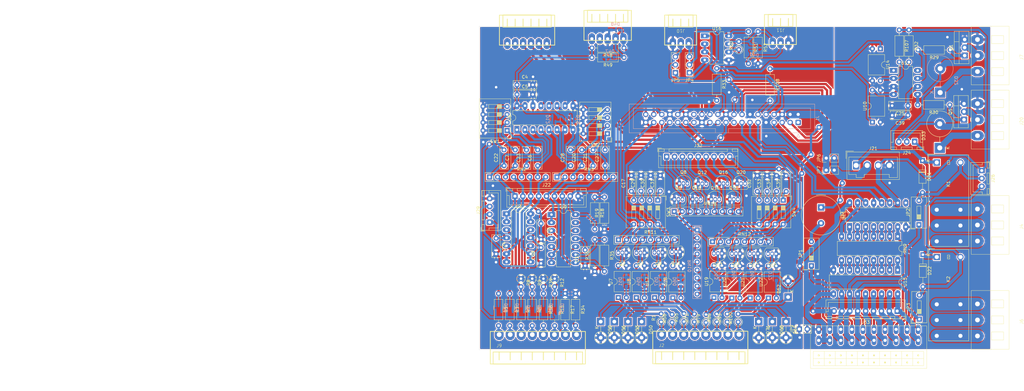
<source format=kicad_pcb>
(kicad_pcb
	(version 20240108)
	(generator "pcbnew")
	(generator_version "8.0")
	(general
		(thickness 1.6)
		(legacy_teardrops no)
	)
	(paper "A4")
	(layers
		(0 "F.Cu" signal)
		(1 "In1.Cu" signal)
		(2 "In2.Cu" signal)
		(31 "B.Cu" signal)
		(32 "B.Adhes" user "B.Adhesive")
		(33 "F.Adhes" user "F.Adhesive")
		(34 "B.Paste" user)
		(35 "F.Paste" user)
		(36 "B.SilkS" user "B.Silkscreen")
		(37 "F.SilkS" user "F.Silkscreen")
		(38 "B.Mask" user)
		(39 "F.Mask" user)
		(40 "Dwgs.User" user "User.Drawings")
		(41 "Cmts.User" user "User.Comments")
		(42 "Eco1.User" user "User.Eco1")
		(43 "Eco2.User" user "User.Eco2")
		(44 "Edge.Cuts" user)
		(45 "Margin" user)
		(46 "B.CrtYd" user "B.Courtyard")
		(47 "F.CrtYd" user "F.Courtyard")
		(48 "B.Fab" user)
		(49 "F.Fab" user)
		(50 "User.1" user)
		(51 "User.2" user)
		(52 "User.3" user)
		(53 "User.4" user)
		(54 "User.5" user)
		(55 "User.6" user)
		(56 "User.7" user)
		(57 "User.8" user)
		(58 "User.9" user)
	)
	(setup
		(stackup
			(layer "F.SilkS"
				(type "Top Silk Screen")
			)
			(layer "F.Paste"
				(type "Top Solder Paste")
			)
			(layer "F.Mask"
				(type "Top Solder Mask")
				(thickness 0.01)
			)
			(layer "F.Cu"
				(type "copper")
				(thickness 0.035)
			)
			(layer "dielectric 1"
				(type "prepreg")
				(thickness 0.1)
				(material "FR4")
				(epsilon_r 4.5)
				(loss_tangent 0.02)
			)
			(layer "In1.Cu"
				(type "copper")
				(thickness 0.035)
			)
			(layer "dielectric 2"
				(type "core")
				(thickness 1.24)
				(material "FR4")
				(epsilon_r 4.5)
				(loss_tangent 0.02)
			)
			(layer "In2.Cu"
				(type "copper")
				(thickness 0.035)
			)
			(layer "dielectric 3"
				(type "prepreg")
				(thickness 0.1)
				(material "FR4")
				(epsilon_r 4.5)
				(loss_tangent 0.02)
			)
			(layer "B.Cu"
				(type "copper")
				(thickness 0.035)
			)
			(layer "B.Mask"
				(type "Bottom Solder Mask")
				(thickness 0.01)
			)
			(layer "B.Paste"
				(type "Bottom Solder Paste")
			)
			(layer "B.SilkS"
				(type "Bottom Silk Screen")
				(color "Red")
			)
			(copper_finish "None")
			(dielectric_constraints no)
		)
		(pad_to_mask_clearance 0)
		(allow_soldermask_bridges_in_footprints no)
		(pcbplotparams
			(layerselection 0x00010fc_ffffffff)
			(plot_on_all_layers_selection 0x0000000_00000000)
			(disableapertmacros no)
			(usegerberextensions no)
			(usegerberattributes yes)
			(usegerberadvancedattributes yes)
			(creategerberjobfile yes)
			(dashed_line_dash_ratio 12.000000)
			(dashed_line_gap_ratio 3.000000)
			(svgprecision 4)
			(plotframeref no)
			(viasonmask no)
			(mode 1)
			(useauxorigin no)
			(hpglpennumber 1)
			(hpglpenspeed 20)
			(hpglpendiameter 15.000000)
			(pdf_front_fp_property_popups yes)
			(pdf_back_fp_property_popups yes)
			(dxfpolygonmode yes)
			(dxfimperialunits yes)
			(dxfusepcbnewfont yes)
			(psnegative no)
			(psa4output no)
			(plotreference yes)
			(plotvalue yes)
			(plotfptext yes)
			(plotinvisibletext no)
			(sketchpadsonfab no)
			(subtractmaskfromsilk no)
			(outputformat 1)
			(mirror no)
			(drillshape 1)
			(scaleselection 1)
			(outputdirectory "")
		)
	)
	(net 0 "")
	(net 1 "+5V")
	(net 2 "/Buzzer")
	(net 3 "GND")
	(net 4 "+3V3")
	(net 5 "/ADC_CH3")
	(net 6 "/ADC_CH1")
	(net 7 "+12V")
	(net 8 "/Dig-IN_1")
	(net 9 "-5V")
	(net 10 "/ADC_CH5")
	(net 11 "/ADC_CH6")
	(net 12 "/ADC_CH0")
	(net 13 "/ADC_CH2")
	(net 14 "/ADC_CH7")
	(net 15 "/ADC_CH4")
	(net 16 "/Dig-IN_2")
	(net 17 "/Dig-IN_3")
	(net 18 "/Dig-IN_4")
	(net 19 "/Dig-IN_5")
	(net 20 "/Dig-IN_6")
	(net 21 "/Dig-IN_7")
	(net 22 "/Dig-IN_8")
	(net 23 "OUT_Digital_1_open-drain")
	(net 24 "Net-(U3C-+)")
	(net 25 "Net-(U3D-+)")
	(net 26 "IN_Analog_6 (0-20mA)")
	(net 27 "IN_Analog_7 (0-20mA)")
	(net 28 "Net-(U9B-+)")
	(net 29 "/OUT_PWM_1_diode")
	(net 30 "/OUT_PWM_2_diode")
	(net 31 "Net-(U9A-+)")
	(net 32 "OUT_Digital_2_open-drain")
	(net 33 "OUT_Digital_3_open-drain")
	(net 34 "OUT_Digital_4_open-drain")
	(net 35 "OUT_Digital_5_open-drain")
	(net 36 "Net-(U3A-+)")
	(net 37 "I2C_SDA")
	(net 38 "RS485_B")
	(net 39 "RS485_A")
	(net 40 "Net-(D50-A1)")
	(net 41 "Net-(D51-A)")
	(net 42 "Net-(D53-A1)")
	(net 43 "Net-(D54-A)")
	(net 44 "Net-(D56-A1)")
	(net 45 "Net-(D57-A)")
	(net 46 "Net-(D59-A1)")
	(net 47 "Net-(D60-A)")
	(net 48 "Net-(D62-A1)")
	(net 49 "Net-(D63-A)")
	(net 50 "Net-(D65-A1)")
	(net 51 "Net-(D66-A)")
	(net 52 "Net-(D68-A1)")
	(net 53 "Net-(D69-A)")
	(net 54 "Net-(D71-A1)")
	(net 55 "Net-(D72-A)")
	(net 56 "unconnected-(J1-ID_SD{slash}GPIO0-Pad27)")
	(net 57 "/SPI_CE0_ADC")
	(net 58 "Net-(J1-3V3-Pad1)")
	(net 59 "/SPI0_miso_ADC")
	(net 60 "/UART_DIR-T")
	(net 61 "/SPI0_mosi_ADC")
	(net 62 "/SPI0_sclk_ADC")
	(net 63 "/UART_TX")
	(net 64 "/SPI1_miso_FREE")
	(net 65 "/SR-OUT_latch")
	(net 66 "/SPI1_mosi_FREE")
	(net 67 "/SR-OUT_clock")
	(net 68 "/SR-OUT_data")
	(net 69 "unconnected-(J1-ID_SC{slash}GPIO1-Pad28)")
	(net 70 "/SPI1_CE_FREE")
	(net 71 "/UART_RX")
	(net 72 "/OUT_PWM_2")
	(net 73 "/SPI1_sclk_FREE")
	(net 74 "/OUT_PWM_1")
	(net 75 "IN_Digital_8")
	(net 76 "IN_Digital_5")
	(net 77 "IN_Digital_2")
	(net 78 "IN_Digital_3")
	(net 79 "IN_Digital_4")
	(net 80 "IN_Digital_6")
	(net 81 "IN_Digital_7")
	(net 82 "IN_Digital_1")
	(net 83 "OUT_Digital_8")
	(net 84 "OUT_Digital_7_open-drain")
	(net 85 "OUT_Digital_2")
	(net 86 "OUT_Digital_4")
	(net 87 "OUT_Digital_5")
	(net 88 "OUT_Digital_6")
	(net 89 "OUT_Digital_3")
	(net 90 "OUT_Digital_7")
	(net 91 "OUT_Digital_8_open-drain")
	(net 92 "OUT_Digital_1")
	(net 93 "OUT_Digital_6_open-drain")
	(net 94 "Net-(J4-Pin_1)")
	(net 95 "Net-(J4-Pin_2)")
	(net 96 "Net-(J4-Pin_3)")
	(net 97 "OUT_Digital_COM_open-drain")
	(net 98 "Net-(J6-Pin_1)")
	(net 99 "Net-(J6-Pin_3)")
	(net 100 "Net-(J6-Pin_2)")
	(net 101 "IN_Analog_1 (0-3.3V)")
	(net 102 "IN_Analog_5 (0-24V)")
	(net 103 "IN_Analog_4 (0-12V)")
	(net 104 "IN_Analog_2 (0-5V)")
	(net 105 "IN_Analog_0 (0-3.3V)")
	(net 106 "IN_Analog_3 (0-5V)")
	(net 107 "Net-(Q1-G)")
	(net 108 "Net-(Q2-G)")
	(net 109 "Net-(Q2-D)")
	(net 110 "Net-(Q5-G)")
	(net 111 "Net-(C17-Pad1)")
	(net 112 "Net-(Q7-G)")
	(net 113 "Net-(Q7-D)")
	(net 114 "Net-(C29-Pad1)")
	(net 115 "Net-(Q9-G)")
	(net 116 "Net-(C30-Pad1)")
	(net 117 "Net-(Q10-G)")
	(net 118 "Net-(Q11-D)")
	(net 119 "Net-(Q11-G)")
	(net 120 "Net-(C31-Pad1)")
	(net 121 "Net-(Q13-G)")
	(net 122 "Net-(Q13-D)")
	(net 123 "Net-(C32-Pad1)")
	(net 124 "Net-(Q15-D)")
	(net 125 "Net-(Q15-G)")
	(net 126 "Net-(C33-Pad1)")
	(net 127 "Net-(Q17-G)")
	(net 128 "Net-(Q17-D)")
	(net 129 "Net-(C34-Pad1)")
	(net 130 "Net-(Q19-D)")
	(net 131 "Net-(Q19-G)")
	(net 132 "Net-(C35-Pad1)")
	(net 133 "Net-(U9C--)")
	(net 134 "Net-(U12-~{OUTA})")
	(net 135 "Net-(U12-~{OUTB})")
	(net 136 "Net-(U12-INB)")
	(net 137 "Net-(R33-Pad1)")
	(net 138 "Net-(U9D--)")
	(net 139 "Net-(U12-INA)")
	(net 140 "Net-(R108-Pad1)")
	(net 141 "unconnected-(U2-QH'-Pad9)")
	(net 142 "unconnected-(U12-NC-Pad8)")
	(net 143 "unconnected-(U12-NC-Pad1)")
	(net 144 "Net-(U3B-+)")
	(net 145 "/LED_analog-CH6")
	(net 146 "/LED_analog-CH2")
	(net 147 "/LED_analog-CH7")
	(net 148 "/LED_analog-CH5")
	(net 149 "/LED_analog-CH0")
	(net 150 "/LED_analog-CH1")
	(net 151 "/LED_analog-CH3")
	(net 152 "/LED_analog-CH4")
	(net 153 "/LED_digital-out_2")
	(net 154 "/LED_digital-out_8")
	(net 155 "/LED_digital-out_6")
	(net 156 "/LED_digital-out_5")
	(net 157 "/LED_digital-out_4")
	(net 158 "/LED_digital-out_7")
	(net 159 "/LED_digital-out_1")
	(net 160 "/LED_digital-out_3")
	(net 161 "/LED_relay-1")
	(net 162 "/LED_PWM-1")
	(net 163 "/LED_PWM-2")
	(net 164 "/LED_relay-2")
	(net 165 "Net-(RN9-R2.2)")
	(net 166 "Net-(RN9-R8.2)")
	(net 167 "Net-(RN9-R7.2)")
	(net 168 "Net-(RN9-R5.2)")
	(net 169 "Net-(RN9-R1.2)")
	(net 170 "Net-(RN9-R6.2)")
	(net 171 "Net-(RN9-R3.2)")
	(net 172 "Net-(RN9-R4.2)")
	(net 173 "/DIP_EN-Filter-ADC3")
	(net 174 "/DIP_EN-Filter-ADC1")
	(net 175 "/DIP_EN-Filter-ADC5")
	(net 176 "/DIP_EN-Filter-ADC6")
	(net 177 "/DIP_EN-Filter-ADC0")
	(net 178 "/DIP_EN-Filter-ADC2")
	(net 179 "/DIP_EN-Filter-ADC7")
	(net 180 "/DIP_EN-Filter-ADC4")
	(net 181 "unconnected-(J3-Pin_6-Pad6)")
	(net 182 "unconnected-(J3-Pin_5-Pad5)")
	(net 183 "unconnected-(J19-Pin_4-Pad4)")
	(net 184 "unconnected-(J19-Pin_5-Pad5)")
	(net 185 "I2C_SCL")
	(net 186 "Net-(J10-Pin_2)")
	(net 187 "Net-(J10-Pin_1)")
	(net 188 "Net-(JP4-A)")
	(net 189 "Net-(JP5-A)")
	(net 190 "GNDPWR")
	(net 191 "Net-(JP6-A)")
	(net 192 "+5VP")
	(net 193 "+3V3P")
	(footprint "Connector_JST:JST_XH_B9B-XH-A_1x09_P2.50mm_Vertical" (layer "F.Cu") (at 95.799 68.65615))
	(footprint "Resistor_THT:R_Axial_DIN0207_L6.3mm_D2.5mm_P2.54mm_Vertical" (layer "F.Cu") (at 118.646 34.699 90))
	(footprint "Button_Switch_THT:SW_DIP_SPSTx04_Slide_9.78x12.34mm_W7.62mm_P2.54mm" (layer "F.Cu") (at 45.2845 60.36 180))
	(footprint "Package_TO_SOT_THT:TO-92_Inline" (layer "F.Cu") (at 98.2585 82.18205))
	(footprint "Package_DIP:DIP-4_W10.16mm" (layer "F.Cu") (at 160.932 57.706 90))
	(footprint "Button_Switch_THT:SW_DIP_SPSTx01_Slide_9.78x4.72mm_W7.62mm_P2.54mm" (layer "F.Cu") (at 141.633 103.2365 90))
	(footprint "Relay_THT:Relay_SPDT_Omron_G2RL-1-E" (layer "F.Cu") (at 181.317 70.493))
	(footprint "Resistor_THT:R_Axial_DIN0207_L6.3mm_D2.5mm_P10.16mm_Horizontal" (layer "F.Cu") (at 66.957 112.0587 -90))
	(footprint "Package_DIP:DIP-8_W7.62mm_LongPads" (layer "F.Cu") (at 107.851 30.381))
	(footprint "Diode_THT:D_DO-15_P5.08mm_Vertical_KathodeUp" (layer "F.Cu") (at 74.9172 120.9522 -90))
	(footprint "custom-footprints1:WAGO 713-1430 MINI HD Stiftleiste gewinkelt 2x10-polig, RM 3,5" (layer "F.Cu") (at 159.695 127.901))
	(footprint "Resistor_THT:R_Array_SIP8" (layer "F.Cu") (at 80.536 95.01305))
	(footprint "Resistor_THT:R_Axial_DIN0207_L6.3mm_D2.5mm_P10.16mm_Horizontal" (layer "F.Cu") (at 60.353 112.0587 -90))
	(footprint "Capacitor_THT:C_Disc_D7.0mm_W2.5mm_P5.00mm" (layer "F.Cu") (at 41.811 94.516 -90))
	(footprint "Package_DIP:DIP-4_W10.16mm" (layer "F.Cu") (at 86.2052 113.37185 90))
	(footprint "Capacitor_THT:C_Disc_D7.0mm_W2.5mm_P5.00mm" (layer "F.Cu") (at 47.867 71.506 90))
	(footprint "Capacitor_THT:C_Disc_D7.0mm_W2.5mm_P5.00mm" (layer "F.Cu") (at 124.5062 79.66335 90))
	(footprint "Capacitor_THT:C_Disc_D7.0mm_W2.5mm_P5.00mm" (layer "F.Cu") (at 93.7722 79.58085 90))
	(footprint "Capacitor_THT:C_Disc_D7.0mm_W2.5mm_P5.00mm" (layer "F.Cu") (at 87.6762 79.58085 90))
	(footprint "Resistor_THT:R_Axial_DIN0207_L6.3mm_D2.5mm_P2.54mm_Vertical" (layer "F.Cu") (at 108.2574 121.2404 90))
	(footprint "Package_DIP:DIP-4_W10.16mm" (layer "F.Cu") (at 116.4412 113.47785 90))
	(footprint "Capacitor_THT:C_Disc_D7.0mm_W2.5mm_P5.00mm" (layer "F.Cu") (at 68.949 71.506 90))
	(footprint "Connector_Wago:Wago_734-134_1x04_P3.50mm_Vertical" (layer "F.Cu") (at 155.791 71.429))
	(footprint "Package_TO_SOT_THT:TO-92_Inline" (layer "F.Cu") (at 100.0278 98.84405 180))
	(footprint "Connector_JST:JST_XH_B4B-XH-A_1x04_P2.50mm_Vertical" (layer "F.Cu") (at 39.762 89.436 90))
	(footprint "Resistor_THT:R_Axial_DIN0207_L6.3mm_D2.5mm_P2.54mm_Vertical" (layer "F.Cu") (at 114.963 121.059 90))
	(footprint "Resistor_THT:R_Axial_DIN0207_L6.3mm_D2.5mm_P10.16mm_Horizontal"
		(layer "F.Cu")
		(uuid "222c1de0-fddd-43f8-a523-fffa640bfc20")
		(at 185.448 52.225 180)
		(descr "Resistor, Axial_DIN0207 series, Axial, Horizontal, pin pitch=10.16mm, 0.25W = 1/4W, length*diameter=6.3*2.5mm^2, http://cdn-reichelt.de/documents/datenblatt/B400/1_4W%23YAG.pdf")
		(tags "Resistor Axial_DIN0207 series Axial Horizontal pin pitch 10.16mm 0.25W = 1/4W length 6.3mm diameter 2.5mm")
		(property "Reference" "R30"
			(at 5.08 -2.37 0)
			(layer "F.SilkS")
			(uuid "953377ce-224b-4fb0-af71-5256d1b39564")
			(effects
				(font
					(size 1 1)
					(thickness 0.15)
				)
			)
		)
		(property "Value" "10"
			(at 5.08 2.37 0)
			(layer "F.Fab")
			(uuid "bb5457e6-051d-4a72-9d90-0e4b062f29c0")
			(effects
				(font
					(size 1 1)
					(thickness 0.15)
				)
			)
		)
		(property "Footprint" "Resistor_THT:R_Axial_DIN0207_L6.3mm_D2.5mm_P10.16mm_Horizontal"
			(at 0 0 180)
			(unlocked yes)
			(layer "F.Fab")
			(hide yes)
			(uuid "d97dbcfb-a7fe-4245-8b05-7bf18a6d1120")
			(effects
				(font
					(size 1.27 1.27)
					(thickness 0.15)
				)
			)
		)
		(property "Datasheet" "sortiment"
			(at 0 0 180)
			(unlocked yes)
			(layer "F.Fab")
			(hide yes)
			(uuid "0c4df4b1-d719-4ec3-958e-322e5de3201a")
			(effects
				(font
					(size 1.27 1.27)
					(thickness 0.15)
				)
			)
		)
		(property "Description" "Resistor"
			(at 0 0 180)
			(unlocked yes)
			(layer "F.Fab")
			(hide yes)
			(uuid "93286566-3468-4482-b637-364e8d027ee2")
			(effects
				(font
					(size 1.27 1.27)
					(thickness 0.15)
				)
			)
		)
		(property ki_fp_filters "R_*")
		(path "/2608f1da-e998-4319-8470-c33e78a12075")
		(sheetname "Root")
		(sheetfile "pi-interface-board_v1.0.kicad_sch")
		(attr through_hole)
		(fp_line
			(start 9.12 0)
			(end 8.35 0)
			(stroke
				(width 0.12)
				(type solid)
			)
			(layer "F.SilkS")
			(uuid "8f0e0e9f-7b10-45b7-be56-f0ffde8950c4")
		)
		(fp_line
			(start 8.35 1.37)
			(end 8.35 -1.37)
			(stroke
				(width 0.12)
				(type solid)
			)
			(layer "F.SilkS")
			(uuid "504c28aa-c546-46ab-b64e-6d870ed97d97")
		)
		(fp_line
			(start 8.35 -1.37)
			(end 1.81 -1.37)
			(stroke
				(width 0.12)
				(type solid)
			)
			(layer "F.SilkS")
			(uuid "8578f274-8f9d-4e37-9b1e-0939e986b4b6")
		)
		(fp_line
			(start 1.81 1.37)
			(end 8.35 1.37)
			(stroke
				(width 0.12)
				(type solid)
			)
			(layer "F.SilkS")
			(uuid "1b34e260-7710-4160-b17e-790c31cdca06")
		)
		(fp_line
			(start 1.81 -1.37)
			(end 1.81 1.37)
			(stroke
				(width 0.12)
				(type solid)
			)
			(layer "F.SilkS")
			(uuid "b07838af-1340-4ffb-bea3-897f895e974f")
		)
		(fp_line
			(start 1.04 0)
			(end 1.81 0)
			(stroke
				(width 0.12)
				(type solid)
			)
			(layer "F.SilkS")
			(uuid "1ba3c6ac-3471-4c7b-9c09-986a0aed0423")
		)
		(fp_line
			(start 11.21 1.5)
			(end 11.21 -1.5)
			(stroke
				(width 0.05)
				(type solid)
			)
			(layer "F.CrtYd")
			(uuid "5c31708a-eee2-486a-a0b2-c0b927c4e07f")
		)
		(fp_line
			(start 11.21 -1.5)
			(end -1.05 -1.5)
			(stroke
				(width 0.05)
				(type solid)
			)
			(layer "F.CrtYd")
			(uuid "6665b15b-1261-4f82-b024-86efbcd8211d")
		)
		(fp_line
			(start -1.05 1.5)
			(end 11.21 1.5)
			(stroke
				(width 0.05)
				(type solid)
			)
			(layer "F.CrtYd")
			(uuid "59fe8984-4340-41e6-b96a-2ab06d42fc97")
		)
		(fp_line
			(start -1.05 -1.5)
			(end -1.05 1.5)
			(stroke
				(width 0.05)
				(type solid)
			)
			(layer "F.CrtYd")
			(uuid "617be60b-4b96-4d0c-a120-b908a62539d8")
		)
		(fp_line
			(start 10.16 0)
			(end 8.23 0)
			(stroke
				(width 0.1)
				(type solid)
			)
			(layer "F.Fab")
			(uuid "f2dad8a9-afaa-4cd2-ae4c-b1731e1a1031")
		)
		(fp_line
			(start 8.23 1.25)
			(end 8.23 -1.25)
			(stroke
				(width 0.1)
				(type solid)
			)
			(layer "F.Fab")
			(uuid "3a93d678-7ce3-465b-89e1-af477d53b728")
		)
		(fp_line
			(start 8.23 -1.25)
			(end 1.93 -1.25)
			(stroke
				(width 0.1)
				(type solid)
			)
			(layer "F.Fab")
			(uuid "edc91767-15d0-4483-809c-b2ac1e96e158")
		)
		(fp_line
			(start 1.93 1.25)
			(end 8.23 1.25)
			(stroke
				(width 0.1)
				(type solid)
			)
			(layer "F.Fab")
			(uuid "3b14f32c-8220-424a-abdc-46e29ab1d5bf")
		)
		(fp_line
			(start 1.93 -1.25)
			(end 1.93 1.25)
			(stroke
				(width 0.1)
				(type solid)
			)
			(layer "F.Fab")
			(uuid "cd9d942d-bdc4-412f-8bbe-6f8dec97ad83")
		)
		(fp_line
			(start 0 0)
			(end 1.93 0)
			(stroke
				(width 0.1)
				(type solid)
			)
			(layer "F.Fab")
			(uuid "ea96ff43-580a-45b9-8780-4f059619103e")
		)
		(fp_text user "${REFERENCE}"
			(at 5.08 0 0)
			(layer "F.Fab")
			(uuid "99c5e97a-84b3-40f7-b95
... [2777663 chars truncated]
</source>
